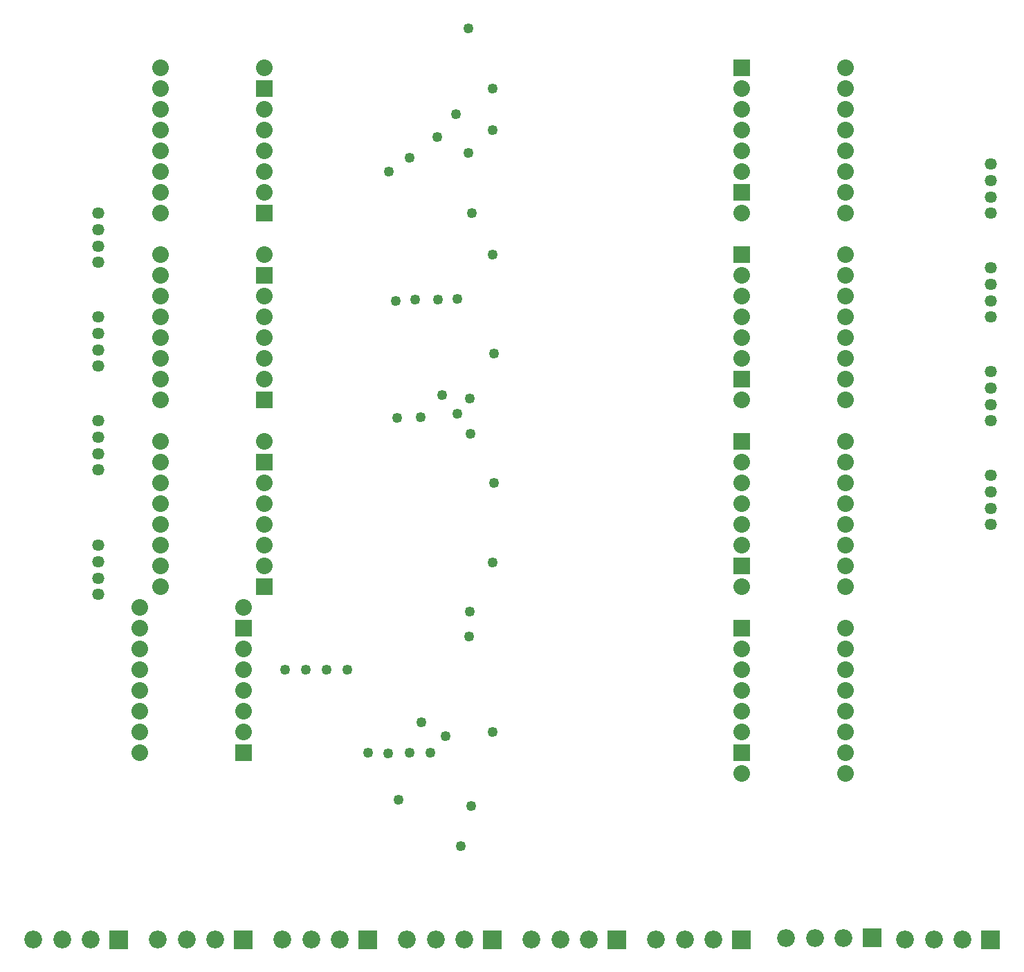
<source format=gts>
G04 MADE WITH FRITZING*
G04 WWW.FRITZING.ORG*
G04 DOUBLE SIDED*
G04 HOLES PLATED*
G04 CONTOUR ON CENTER OF CONTOUR VECTOR*
%ASAXBY*%
%FSLAX23Y23*%
%MOIN*%
%OFA0B0*%
%SFA1.0B1.0*%
%ADD10C,0.057559*%
%ADD11C,0.086139*%
%ADD12C,0.080000*%
%ADD13C,0.049370*%
%ADD14R,0.080000X0.080000*%
%ADD15R,0.001000X0.001000*%
%LNMASK1*%
G90*
G70*
G54D10*
X794Y4008D03*
X794Y3930D03*
X794Y3851D03*
X794Y3772D03*
X794Y4008D03*
X794Y3930D03*
X794Y3851D03*
X794Y3772D03*
X794Y4008D03*
X794Y3930D03*
X794Y3851D03*
X794Y3772D03*
G54D11*
X2694Y508D03*
X2556Y508D03*
X2419Y508D03*
X2281Y508D03*
X2694Y508D03*
X2556Y508D03*
X2419Y508D03*
X2281Y508D03*
G54D12*
X1094Y3808D03*
X1594Y3808D03*
X1094Y3708D03*
X1594Y3708D03*
X1094Y3608D03*
X1594Y3608D03*
X1094Y3508D03*
X1594Y3508D03*
X1094Y3408D03*
X1594Y3408D03*
X1094Y3308D03*
X1594Y3308D03*
X1094Y3208D03*
X1594Y3208D03*
X1094Y3108D03*
X1594Y3108D03*
G54D10*
X794Y3508D03*
X794Y3430D03*
X794Y3351D03*
X794Y3272D03*
X794Y3508D03*
X794Y3430D03*
X794Y3351D03*
X794Y3272D03*
X794Y3508D03*
X794Y3430D03*
X794Y3351D03*
X794Y3272D03*
G54D11*
X2094Y508D03*
X1956Y508D03*
X1819Y508D03*
X1681Y508D03*
X2094Y508D03*
X1956Y508D03*
X1819Y508D03*
X1681Y508D03*
G54D12*
X4394Y3108D03*
X3894Y3108D03*
X4394Y3208D03*
X3894Y3208D03*
X4394Y3308D03*
X3894Y3308D03*
X4394Y3408D03*
X3894Y3408D03*
X4394Y3508D03*
X3894Y3508D03*
X4394Y3608D03*
X3894Y3608D03*
X4394Y3708D03*
X3894Y3708D03*
X4394Y3808D03*
X3894Y3808D03*
X4394Y4008D03*
X3894Y4008D03*
X4394Y4108D03*
X3894Y4108D03*
X4394Y4208D03*
X3894Y4208D03*
X4394Y4308D03*
X3894Y4308D03*
X4394Y4408D03*
X3894Y4408D03*
X4394Y4508D03*
X3894Y4508D03*
X4394Y4608D03*
X3894Y4608D03*
X4394Y4708D03*
X3894Y4708D03*
G54D10*
X5094Y4008D03*
X5094Y4087D03*
X5094Y4166D03*
X5094Y4245D03*
X5094Y4008D03*
X5094Y4087D03*
X5094Y4166D03*
X5094Y4245D03*
X5094Y4008D03*
X5094Y4087D03*
X5094Y4166D03*
X5094Y4245D03*
X5094Y3508D03*
X5094Y3587D03*
X5094Y3666D03*
X5094Y3745D03*
X5094Y3508D03*
X5094Y3587D03*
X5094Y3666D03*
X5094Y3745D03*
X5094Y3508D03*
X5094Y3587D03*
X5094Y3666D03*
X5094Y3745D03*
G54D11*
X3294Y508D03*
X3156Y508D03*
X3019Y508D03*
X2881Y508D03*
X3294Y508D03*
X3156Y508D03*
X3019Y508D03*
X2881Y508D03*
X3894Y508D03*
X3756Y508D03*
X3619Y508D03*
X3481Y508D03*
X3894Y508D03*
X3756Y508D03*
X3619Y508D03*
X3481Y508D03*
G54D12*
X994Y2108D03*
X1494Y2108D03*
X994Y2008D03*
X1494Y2008D03*
X994Y1908D03*
X1494Y1908D03*
X994Y1808D03*
X1494Y1808D03*
X994Y1708D03*
X1494Y1708D03*
X994Y1608D03*
X1494Y1608D03*
X994Y1508D03*
X1494Y1508D03*
X994Y1408D03*
X1494Y1408D03*
X4394Y1308D03*
X3894Y1308D03*
X4394Y1408D03*
X3894Y1408D03*
X4394Y1508D03*
X3894Y1508D03*
X4394Y1608D03*
X3894Y1608D03*
X4394Y1708D03*
X3894Y1708D03*
X4394Y1808D03*
X3894Y1808D03*
X4394Y1908D03*
X3894Y1908D03*
X4394Y2008D03*
X3894Y2008D03*
X4394Y2208D03*
X3894Y2208D03*
X4394Y2308D03*
X3894Y2308D03*
X4394Y2408D03*
X3894Y2408D03*
X4394Y2508D03*
X3894Y2508D03*
X4394Y2608D03*
X3894Y2608D03*
X4394Y2708D03*
X3894Y2708D03*
X4394Y2808D03*
X3894Y2808D03*
X4394Y2908D03*
X3894Y2908D03*
X1094Y2908D03*
X1594Y2908D03*
X1094Y2808D03*
X1594Y2808D03*
X1094Y2708D03*
X1594Y2708D03*
X1094Y2608D03*
X1594Y2608D03*
X1094Y2508D03*
X1594Y2508D03*
X1094Y2408D03*
X1594Y2408D03*
X1094Y2308D03*
X1594Y2308D03*
X1094Y2208D03*
X1594Y2208D03*
G54D10*
X794Y3008D03*
X794Y2930D03*
X794Y2851D03*
X794Y2772D03*
X794Y3008D03*
X794Y2930D03*
X794Y2851D03*
X794Y2772D03*
X794Y3008D03*
X794Y2930D03*
X794Y2851D03*
X794Y2772D03*
X794Y2408D03*
X794Y2330D03*
X794Y2251D03*
X794Y2172D03*
X794Y2408D03*
X794Y2330D03*
X794Y2251D03*
X794Y2172D03*
X794Y2408D03*
X794Y2330D03*
X794Y2251D03*
X794Y2172D03*
X5094Y3008D03*
X5094Y3087D03*
X5094Y3166D03*
X5094Y3245D03*
X5094Y3008D03*
X5094Y3087D03*
X5094Y3166D03*
X5094Y3245D03*
X5094Y3008D03*
X5094Y3087D03*
X5094Y3166D03*
X5094Y3245D03*
X5094Y2508D03*
X5094Y2587D03*
X5094Y2666D03*
X5094Y2745D03*
X5094Y2508D03*
X5094Y2587D03*
X5094Y2666D03*
X5094Y2745D03*
X5094Y2508D03*
X5094Y2587D03*
X5094Y2666D03*
X5094Y2745D03*
G54D11*
X5094Y508D03*
X4956Y508D03*
X4819Y508D03*
X4681Y508D03*
X5094Y508D03*
X4956Y508D03*
X4819Y508D03*
X4681Y508D03*
X1494Y508D03*
X1356Y508D03*
X1219Y508D03*
X1081Y508D03*
X1494Y508D03*
X1356Y508D03*
X1219Y508D03*
X1081Y508D03*
X894Y508D03*
X756Y508D03*
X619Y508D03*
X481Y508D03*
X894Y508D03*
X756Y508D03*
X619Y508D03*
X481Y508D03*
X4521Y516D03*
X4384Y516D03*
X4246Y516D03*
X4108Y516D03*
X4521Y516D03*
X4384Y516D03*
X4246Y516D03*
X4108Y516D03*
G54D12*
X1094Y4708D03*
X1594Y4708D03*
X1094Y4608D03*
X1594Y4608D03*
X1094Y4508D03*
X1594Y4508D03*
X1094Y4408D03*
X1594Y4408D03*
X1094Y4308D03*
X1594Y4308D03*
X1094Y4208D03*
X1594Y4208D03*
X1094Y4108D03*
X1594Y4108D03*
X1094Y4008D03*
X1594Y4008D03*
G54D13*
X1694Y1808D03*
X1794Y1808D03*
X1894Y1808D03*
X1994Y1808D03*
X2594Y4008D03*
X2694Y3808D03*
X2576Y4901D03*
X2694Y4608D03*
X2576Y4301D03*
X2694Y4408D03*
X2701Y3334D03*
X2583Y3116D03*
X2587Y2945D03*
X2701Y2708D03*
X2583Y2090D03*
X2694Y2327D03*
X2581Y1969D03*
X2694Y1508D03*
X2590Y1153D03*
X2094Y1408D03*
X2190Y1405D03*
X2294Y1408D03*
X2394Y1408D03*
X2194Y4208D03*
X2294Y4275D03*
X2427Y4375D03*
X2516Y4486D03*
X2227Y3586D03*
X2320Y3593D03*
X2431Y3593D03*
X2524Y3597D03*
X2235Y3023D03*
X2346Y3027D03*
X2450Y3134D03*
X2524Y3042D03*
X2540Y960D03*
X2466Y1490D03*
X2351Y1556D03*
X2240Y1182D03*
G54D14*
X1594Y3108D03*
X1594Y3708D03*
X3894Y3808D03*
X3894Y3208D03*
X3894Y4708D03*
X3894Y4108D03*
X1494Y1408D03*
X1494Y2008D03*
X3894Y2008D03*
X3894Y1408D03*
X3894Y2908D03*
X3894Y2308D03*
X1594Y2208D03*
X1594Y2808D03*
X1594Y4008D03*
X1594Y4608D03*
G54D15*
X4476Y562D02*
X4565Y562D01*
X4476Y561D02*
X4565Y561D01*
X4476Y560D02*
X4565Y560D01*
X4476Y559D02*
X4565Y559D01*
X4476Y558D02*
X4565Y558D01*
X4476Y557D02*
X4565Y557D01*
X4476Y556D02*
X4565Y556D01*
X4476Y555D02*
X4565Y555D01*
X849Y554D02*
X938Y554D01*
X1449Y554D02*
X1538Y554D01*
X2049Y554D02*
X2138Y554D01*
X2649Y554D02*
X2738Y554D01*
X3249Y554D02*
X3338Y554D01*
X3849Y554D02*
X3938Y554D01*
X4476Y554D02*
X4565Y554D01*
X5049Y554D02*
X5138Y554D01*
X849Y553D02*
X938Y553D01*
X1449Y553D02*
X1538Y553D01*
X2049Y553D02*
X2138Y553D01*
X2649Y553D02*
X2738Y553D01*
X3249Y553D02*
X3338Y553D01*
X3849Y553D02*
X3938Y553D01*
X4476Y553D02*
X4565Y553D01*
X5049Y553D02*
X5138Y553D01*
X849Y552D02*
X938Y552D01*
X1449Y552D02*
X1538Y552D01*
X2049Y552D02*
X2138Y552D01*
X2649Y552D02*
X2738Y552D01*
X3249Y552D02*
X3338Y552D01*
X3849Y552D02*
X3938Y552D01*
X4476Y552D02*
X4565Y552D01*
X5049Y552D02*
X5138Y552D01*
X849Y551D02*
X938Y551D01*
X1449Y551D02*
X1538Y551D01*
X2049Y551D02*
X2138Y551D01*
X2649Y551D02*
X2738Y551D01*
X3249Y551D02*
X3338Y551D01*
X3849Y551D02*
X3938Y551D01*
X4476Y551D02*
X4565Y551D01*
X5049Y551D02*
X5138Y551D01*
X849Y550D02*
X938Y550D01*
X1449Y550D02*
X1538Y550D01*
X2049Y550D02*
X2138Y550D01*
X2649Y550D02*
X2738Y550D01*
X3249Y550D02*
X3338Y550D01*
X3849Y550D02*
X3938Y550D01*
X4476Y550D02*
X4565Y550D01*
X5049Y550D02*
X5138Y550D01*
X849Y549D02*
X938Y549D01*
X1449Y549D02*
X1538Y549D01*
X2049Y549D02*
X2138Y549D01*
X2649Y549D02*
X2738Y549D01*
X3249Y549D02*
X3338Y549D01*
X3849Y549D02*
X3938Y549D01*
X4476Y549D02*
X4565Y549D01*
X5049Y549D02*
X5138Y549D01*
X849Y548D02*
X938Y548D01*
X1449Y548D02*
X1538Y548D01*
X2049Y548D02*
X2138Y548D01*
X2649Y548D02*
X2738Y548D01*
X3249Y548D02*
X3338Y548D01*
X3849Y548D02*
X3938Y548D01*
X4476Y548D02*
X4565Y548D01*
X5049Y548D02*
X5138Y548D01*
X849Y547D02*
X938Y547D01*
X1449Y547D02*
X1538Y547D01*
X2049Y547D02*
X2138Y547D01*
X2649Y547D02*
X2738Y547D01*
X3249Y547D02*
X3338Y547D01*
X3849Y547D02*
X3938Y547D01*
X4476Y547D02*
X4565Y547D01*
X5049Y547D02*
X5138Y547D01*
X849Y546D02*
X938Y546D01*
X1449Y546D02*
X1538Y546D01*
X2049Y546D02*
X2138Y546D01*
X2649Y546D02*
X2738Y546D01*
X3249Y546D02*
X3338Y546D01*
X3849Y546D02*
X3938Y546D01*
X4476Y546D02*
X4565Y546D01*
X5049Y546D02*
X5138Y546D01*
X849Y545D02*
X938Y545D01*
X1449Y545D02*
X1538Y545D01*
X2049Y545D02*
X2138Y545D01*
X2649Y545D02*
X2738Y545D01*
X3249Y545D02*
X3338Y545D01*
X3849Y545D02*
X3938Y545D01*
X4476Y545D02*
X4565Y545D01*
X5049Y545D02*
X5138Y545D01*
X849Y544D02*
X938Y544D01*
X1449Y544D02*
X1538Y544D01*
X2049Y544D02*
X2138Y544D01*
X2649Y544D02*
X2738Y544D01*
X3249Y544D02*
X3338Y544D01*
X3849Y544D02*
X3938Y544D01*
X4476Y544D02*
X4565Y544D01*
X5049Y544D02*
X5138Y544D01*
X849Y543D02*
X938Y543D01*
X1449Y543D02*
X1538Y543D01*
X2049Y543D02*
X2138Y543D01*
X2649Y543D02*
X2738Y543D01*
X3249Y543D02*
X3338Y543D01*
X3849Y543D02*
X3938Y543D01*
X4476Y543D02*
X4565Y543D01*
X5049Y543D02*
X5138Y543D01*
X849Y542D02*
X938Y542D01*
X1449Y542D02*
X1538Y542D01*
X2049Y542D02*
X2138Y542D01*
X2649Y542D02*
X2738Y542D01*
X3249Y542D02*
X3338Y542D01*
X3849Y542D02*
X3938Y542D01*
X4476Y542D02*
X4565Y542D01*
X5049Y542D02*
X5138Y542D01*
X849Y541D02*
X938Y541D01*
X1449Y541D02*
X1538Y541D01*
X2049Y541D02*
X2138Y541D01*
X2649Y541D02*
X2738Y541D01*
X3249Y541D02*
X3338Y541D01*
X3849Y541D02*
X3938Y541D01*
X4476Y541D02*
X4565Y541D01*
X5049Y541D02*
X5138Y541D01*
X849Y540D02*
X938Y540D01*
X1449Y540D02*
X1538Y540D01*
X2049Y540D02*
X2138Y540D01*
X2649Y540D02*
X2738Y540D01*
X3249Y540D02*
X3338Y540D01*
X3849Y540D02*
X3938Y540D01*
X4476Y540D02*
X4565Y540D01*
X5049Y540D02*
X5138Y540D01*
X849Y539D02*
X938Y539D01*
X1449Y539D02*
X1538Y539D01*
X2049Y539D02*
X2138Y539D01*
X2649Y539D02*
X2738Y539D01*
X3249Y539D02*
X3338Y539D01*
X3849Y539D02*
X3938Y539D01*
X4476Y539D02*
X4565Y539D01*
X5049Y539D02*
X5138Y539D01*
X849Y538D02*
X938Y538D01*
X1449Y538D02*
X1538Y538D01*
X2049Y538D02*
X2138Y538D01*
X2649Y538D02*
X2738Y538D01*
X3249Y538D02*
X3338Y538D01*
X3849Y538D02*
X3938Y538D01*
X4476Y538D02*
X4565Y538D01*
X5049Y538D02*
X5138Y538D01*
X849Y537D02*
X938Y537D01*
X1449Y537D02*
X1538Y537D01*
X2049Y537D02*
X2138Y537D01*
X2649Y537D02*
X2738Y537D01*
X3249Y537D02*
X3338Y537D01*
X3849Y537D02*
X3938Y537D01*
X4476Y537D02*
X4565Y537D01*
X5049Y537D02*
X5138Y537D01*
X849Y536D02*
X938Y536D01*
X1449Y536D02*
X1538Y536D01*
X2049Y536D02*
X2138Y536D01*
X2649Y536D02*
X2738Y536D01*
X3249Y536D02*
X3338Y536D01*
X3849Y536D02*
X3938Y536D01*
X4476Y536D02*
X4518Y536D01*
X4524Y536D02*
X4565Y536D01*
X5049Y536D02*
X5138Y536D01*
X849Y535D02*
X938Y535D01*
X1449Y535D02*
X1538Y535D01*
X2049Y535D02*
X2138Y535D01*
X2649Y535D02*
X2738Y535D01*
X3249Y535D02*
X3338Y535D01*
X3849Y535D02*
X3938Y535D01*
X4476Y535D02*
X4514Y535D01*
X4528Y535D02*
X4565Y535D01*
X5049Y535D02*
X5138Y535D01*
X849Y534D02*
X938Y534D01*
X1449Y534D02*
X1538Y534D01*
X2049Y534D02*
X2138Y534D01*
X2649Y534D02*
X2738Y534D01*
X3249Y534D02*
X3338Y534D01*
X3849Y534D02*
X3938Y534D01*
X4476Y534D02*
X4512Y534D01*
X4530Y534D02*
X4565Y534D01*
X5049Y534D02*
X5138Y534D01*
X849Y533D02*
X938Y533D01*
X1449Y533D02*
X1538Y533D01*
X2049Y533D02*
X2138Y533D01*
X2649Y533D02*
X2738Y533D01*
X3249Y533D02*
X3338Y533D01*
X3849Y533D02*
X3938Y533D01*
X4476Y533D02*
X4510Y533D01*
X4532Y533D02*
X4565Y533D01*
X5049Y533D02*
X5138Y533D01*
X849Y532D02*
X938Y532D01*
X1449Y532D02*
X1538Y532D01*
X2049Y532D02*
X2138Y532D01*
X2649Y532D02*
X2738Y532D01*
X3249Y532D02*
X3338Y532D01*
X3849Y532D02*
X3938Y532D01*
X4476Y532D02*
X4509Y532D01*
X4533Y532D02*
X4565Y532D01*
X5049Y532D02*
X5138Y532D01*
X849Y531D02*
X938Y531D01*
X1449Y531D02*
X1538Y531D01*
X2049Y531D02*
X2138Y531D01*
X2649Y531D02*
X2738Y531D01*
X3249Y531D02*
X3338Y531D01*
X3849Y531D02*
X3938Y531D01*
X4476Y531D02*
X4507Y531D01*
X4534Y531D02*
X4565Y531D01*
X5049Y531D02*
X5138Y531D01*
X849Y530D02*
X938Y530D01*
X1449Y530D02*
X1538Y530D01*
X2049Y530D02*
X2138Y530D01*
X2649Y530D02*
X2738Y530D01*
X3249Y530D02*
X3338Y530D01*
X3849Y530D02*
X3938Y530D01*
X4476Y530D02*
X4507Y530D01*
X4535Y530D02*
X4565Y530D01*
X5049Y530D02*
X5138Y530D01*
X849Y529D02*
X938Y529D01*
X1449Y529D02*
X1538Y529D01*
X2049Y529D02*
X2138Y529D01*
X2649Y529D02*
X2738Y529D01*
X3249Y529D02*
X3338Y529D01*
X3849Y529D02*
X3938Y529D01*
X4476Y529D02*
X4506Y529D01*
X4536Y529D02*
X4565Y529D01*
X5049Y529D02*
X5138Y529D01*
X849Y528D02*
X889Y528D01*
X898Y528D02*
X938Y528D01*
X1449Y528D02*
X1489Y528D01*
X1498Y528D02*
X1538Y528D01*
X2049Y528D02*
X2089Y528D01*
X2098Y528D02*
X2138Y528D01*
X2649Y528D02*
X2689Y528D01*
X2698Y528D02*
X2738Y528D01*
X3249Y528D02*
X3289Y528D01*
X3298Y528D02*
X3338Y528D01*
X3849Y528D02*
X3889Y528D01*
X3898Y528D02*
X3938Y528D01*
X4476Y528D02*
X4505Y528D01*
X4537Y528D02*
X4565Y528D01*
X5049Y528D02*
X5089Y528D01*
X5098Y528D02*
X5138Y528D01*
X849Y527D02*
X886Y527D01*
X901Y527D02*
X938Y527D01*
X1449Y527D02*
X1486Y527D01*
X1501Y527D02*
X1538Y527D01*
X2049Y527D02*
X2086Y527D01*
X2101Y527D02*
X2138Y527D01*
X2649Y527D02*
X2686Y527D01*
X2701Y527D02*
X2738Y527D01*
X3249Y527D02*
X3286Y527D01*
X3301Y527D02*
X3338Y527D01*
X3849Y527D02*
X3886Y527D01*
X3901Y527D02*
X3938Y527D01*
X4476Y527D02*
X4504Y527D01*
X4537Y527D02*
X4565Y527D01*
X5049Y527D02*
X5086Y527D01*
X5101Y527D02*
X5138Y527D01*
X849Y526D02*
X884Y526D01*
X903Y526D02*
X938Y526D01*
X1449Y526D02*
X1484Y526D01*
X1503Y526D02*
X1538Y526D01*
X2049Y526D02*
X2084Y526D01*
X2103Y526D02*
X2138Y526D01*
X2649Y526D02*
X2684Y526D01*
X2703Y526D02*
X2738Y526D01*
X3249Y526D02*
X3284Y526D01*
X3303Y526D02*
X3338Y526D01*
X3849Y526D02*
X3884Y526D01*
X3903Y526D02*
X3938Y526D01*
X4476Y526D02*
X4504Y526D01*
X4538Y526D02*
X4565Y526D01*
X5049Y526D02*
X5084Y526D01*
X5103Y526D02*
X5138Y526D01*
X849Y525D02*
X882Y525D01*
X905Y525D02*
X938Y525D01*
X1449Y525D02*
X1482Y525D01*
X1505Y525D02*
X1538Y525D01*
X2049Y525D02*
X2082Y525D01*
X2105Y525D02*
X2138Y525D01*
X2649Y525D02*
X2682Y525D01*
X2705Y525D02*
X2738Y525D01*
X3249Y525D02*
X3282Y525D01*
X3305Y525D02*
X3338Y525D01*
X3849Y525D02*
X3882Y525D01*
X3905Y525D02*
X3938Y525D01*
X4476Y525D02*
X4503Y525D01*
X4539Y525D02*
X4565Y525D01*
X5049Y525D02*
X5082Y525D01*
X5105Y525D02*
X5138Y525D01*
X849Y524D02*
X881Y524D01*
X906Y524D02*
X938Y524D01*
X1449Y524D02*
X1481Y524D01*
X1506Y524D02*
X1538Y524D01*
X2049Y524D02*
X2081Y524D01*
X2106Y524D02*
X2138Y524D01*
X2649Y524D02*
X2681Y524D01*
X2706Y524D02*
X2738Y524D01*
X3249Y524D02*
X3281Y524D01*
X3306Y524D02*
X3338Y524D01*
X3849Y524D02*
X3881Y524D01*
X3906Y524D02*
X3938Y524D01*
X4476Y524D02*
X4503Y524D01*
X4539Y524D02*
X4565Y524D01*
X5049Y524D02*
X5081Y524D01*
X5106Y524D02*
X5138Y524D01*
X849Y523D02*
X880Y523D01*
X907Y523D02*
X938Y523D01*
X1449Y523D02*
X1480Y523D01*
X1507Y523D02*
X1538Y523D01*
X2049Y523D02*
X2080Y523D01*
X2107Y523D02*
X2138Y523D01*
X2649Y523D02*
X2680Y523D01*
X2707Y523D02*
X2738Y523D01*
X3249Y523D02*
X3280Y523D01*
X3307Y523D02*
X3338Y523D01*
X3849Y523D02*
X3880Y523D01*
X3907Y523D02*
X3938Y523D01*
X4476Y523D02*
X4503Y523D01*
X4539Y523D02*
X4565Y523D01*
X5049Y523D02*
X5080Y523D01*
X5107Y523D02*
X5138Y523D01*
X849Y522D02*
X879Y522D01*
X908Y522D02*
X938Y522D01*
X1449Y522D02*
X1479Y522D01*
X1508Y522D02*
X1538Y522D01*
X2049Y522D02*
X2079Y522D01*
X2108Y522D02*
X2138Y522D01*
X2649Y522D02*
X2679Y522D01*
X2708Y522D02*
X2738Y522D01*
X3249Y522D02*
X3279Y522D01*
X3308Y522D02*
X3338Y522D01*
X3849Y522D02*
X3879Y522D01*
X3908Y522D02*
X3938Y522D01*
X4476Y522D02*
X4502Y522D01*
X4539Y522D02*
X4565Y522D01*
X5049Y522D02*
X5079Y522D01*
X5108Y522D02*
X5138Y522D01*
X849Y521D02*
X878Y521D01*
X909Y521D02*
X938Y521D01*
X1449Y521D02*
X1478Y521D01*
X1509Y521D02*
X1538Y521D01*
X2049Y521D02*
X2078Y521D01*
X2109Y521D02*
X2138Y521D01*
X2649Y521D02*
X2678Y521D01*
X2709Y521D02*
X2738Y521D01*
X3249Y521D02*
X3278Y521D01*
X3309Y521D02*
X3338Y521D01*
X3849Y521D02*
X3878Y521D01*
X3909Y521D02*
X3938Y521D01*
X4476Y521D02*
X4502Y521D01*
X4540Y521D02*
X4565Y521D01*
X5049Y521D02*
X5078Y521D01*
X5109Y521D02*
X5138Y521D01*
X849Y520D02*
X878Y520D01*
X910Y520D02*
X938Y520D01*
X1449Y520D02*
X1477Y520D01*
X1510Y520D02*
X1538Y520D01*
X2049Y520D02*
X2077Y520D01*
X2110Y520D02*
X2138Y520D01*
X2649Y520D02*
X2677Y520D01*
X2710Y520D02*
X2738Y520D01*
X3249Y520D02*
X3277Y520D01*
X3310Y520D02*
X3338Y520D01*
X3849Y520D02*
X3877Y520D01*
X3910Y520D02*
X3938Y520D01*
X4476Y520D02*
X4502Y520D01*
X4540Y520D02*
X4565Y520D01*
X5049Y520D02*
X5077Y520D01*
X5110Y520D02*
X5138Y520D01*
X849Y519D02*
X877Y519D01*
X910Y519D02*
X938Y519D01*
X1449Y519D02*
X1477Y519D01*
X1510Y519D02*
X1538Y519D01*
X2049Y519D02*
X2077Y519D01*
X2110Y519D02*
X2138Y519D01*
X2649Y519D02*
X2677Y519D01*
X2710Y519D02*
X2738Y519D01*
X3249Y519D02*
X3277Y519D01*
X3310Y519D02*
X3338Y519D01*
X3849Y519D02*
X3877Y519D01*
X3910Y519D02*
X3938Y519D01*
X4476Y519D02*
X4502Y519D01*
X4540Y519D02*
X4565Y519D01*
X5049Y519D02*
X5077Y519D01*
X5110Y519D02*
X5138Y519D01*
X849Y518D02*
X876Y518D01*
X911Y518D02*
X938Y518D01*
X1449Y518D02*
X1476Y518D01*
X1511Y518D02*
X1538Y518D01*
X2049Y518D02*
X2076Y518D01*
X2111Y518D02*
X2138Y518D01*
X2649Y518D02*
X2676Y518D01*
X2711Y518D02*
X2738Y518D01*
X3249Y518D02*
X3276Y518D01*
X3311Y518D02*
X3338Y518D01*
X3849Y518D02*
X3876Y518D01*
X3911Y518D02*
X3938Y518D01*
X4476Y518D02*
X4502Y518D01*
X4540Y518D02*
X4565Y518D01*
X5049Y518D02*
X5076Y518D01*
X5111Y518D02*
X5138Y518D01*
X849Y517D02*
X876Y517D01*
X911Y517D02*
X938Y517D01*
X1449Y517D02*
X1476Y517D01*
X1511Y517D02*
X1538Y517D01*
X2049Y517D02*
X2076Y517D01*
X2111Y517D02*
X2138Y517D01*
X2649Y517D02*
X2676Y517D01*
X2711Y517D02*
X2738Y517D01*
X3249Y517D02*
X3276Y517D01*
X3311Y517D02*
X3338Y517D01*
X3849Y517D02*
X3876Y517D01*
X3911Y517D02*
X3938Y517D01*
X4476Y517D02*
X4502Y517D01*
X4540Y517D02*
X4565Y517D01*
X5049Y517D02*
X5076Y517D01*
X5111Y517D02*
X5138Y517D01*
X849Y516D02*
X876Y516D01*
X912Y516D02*
X938Y516D01*
X1449Y516D02*
X1476Y516D01*
X1512Y516D02*
X1538Y516D01*
X2049Y516D02*
X2075Y516D01*
X2112Y516D02*
X2138Y516D01*
X2649Y516D02*
X2675Y516D01*
X2712Y516D02*
X2738Y516D01*
X3249Y516D02*
X3275Y516D01*
X3312Y516D02*
X3338Y516D01*
X3849Y516D02*
X3875Y516D01*
X3912Y516D02*
X3938Y516D01*
X4476Y516D02*
X4502Y516D01*
X4540Y516D02*
X4565Y516D01*
X5049Y516D02*
X5075Y516D01*
X5112Y516D02*
X5138Y516D01*
X849Y515D02*
X875Y515D01*
X912Y515D02*
X938Y515D01*
X1449Y515D02*
X1475Y515D01*
X1512Y515D02*
X1538Y515D01*
X2049Y515D02*
X2075Y515D01*
X2112Y515D02*
X2138Y515D01*
X2649Y515D02*
X2675Y515D01*
X2712Y515D02*
X2738Y515D01*
X3249Y515D02*
X3275Y515D01*
X3312Y515D02*
X3338Y515D01*
X3849Y515D02*
X3875Y515D01*
X3912Y515D02*
X3938Y515D01*
X4476Y515D02*
X4502Y515D01*
X4540Y515D02*
X4565Y515D01*
X5049Y515D02*
X5075Y515D01*
X5112Y515D02*
X5138Y515D01*
X849Y514D02*
X875Y514D01*
X912Y514D02*
X938Y514D01*
X1449Y514D02*
X1475Y514D01*
X1512Y514D02*
X1538Y514D01*
X2049Y514D02*
X2075Y514D01*
X2112Y514D02*
X2138Y514D01*
X2649Y514D02*
X2675Y514D01*
X2712Y514D02*
X2738Y514D01*
X3249Y514D02*
X3275Y514D01*
X3312Y514D02*
X3338Y514D01*
X3849Y514D02*
X3875Y514D01*
X3912Y514D02*
X3938Y514D01*
X4476Y514D02*
X4502Y514D01*
X4540Y514D02*
X4565Y514D01*
X5049Y514D02*
X5075Y514D01*
X5112Y514D02*
X5138Y514D01*
X849Y513D02*
X875Y513D01*
X912Y513D02*
X938Y513D01*
X1449Y513D02*
X1475Y513D01*
X1512Y513D02*
X1538Y513D01*
X2049Y513D02*
X2075Y513D01*
X2112Y513D02*
X2138Y513D01*
X2649Y513D02*
X2675Y513D01*
X2712Y513D02*
X2738Y513D01*
X3249Y513D02*
X3275Y513D01*
X3312Y513D02*
X3338Y513D01*
X3849Y513D02*
X3875Y513D01*
X3912Y513D02*
X3938Y513D01*
X4476Y513D02*
X4502Y513D01*
X4539Y513D02*
X4565Y513D01*
X5049Y513D02*
X5075Y513D01*
X5112Y513D02*
X5138Y513D01*
X849Y512D02*
X875Y512D01*
X912Y512D02*
X938Y512D01*
X1449Y512D02*
X1475Y512D01*
X1512Y512D02*
X1538Y512D01*
X2049Y512D02*
X2075Y512D01*
X2112Y512D02*
X2138Y512D01*
X2649Y512D02*
X2675Y512D01*
X2712Y512D02*
X2738Y512D01*
X3249Y512D02*
X3275Y512D01*
X3312Y512D02*
X3338Y512D01*
X3849Y512D02*
X3875Y512D01*
X3912Y512D02*
X3938Y512D01*
X4476Y512D02*
X4503Y512D01*
X4539Y512D02*
X4565Y512D01*
X5049Y512D02*
X5075Y512D01*
X5112Y512D02*
X5138Y512D01*
X849Y511D02*
X875Y511D01*
X913Y511D02*
X938Y511D01*
X1449Y511D02*
X1475Y511D01*
X1513Y511D02*
X1538Y511D01*
X2049Y511D02*
X2075Y511D01*
X2113Y511D02*
X2138Y511D01*
X2649Y511D02*
X2675Y511D01*
X2713Y511D02*
X2738Y511D01*
X3249Y511D02*
X3275Y511D01*
X3313Y511D02*
X3338Y511D01*
X3849Y511D02*
X3875Y511D01*
X3913Y511D02*
X3938Y511D01*
X4476Y511D02*
X4503Y511D01*
X4539Y511D02*
X4565Y511D01*
X5049Y511D02*
X5074Y511D01*
X5112Y511D02*
X5138Y511D01*
X849Y510D02*
X874Y510D01*
X913Y510D02*
X938Y510D01*
X1449Y510D02*
X1474Y510D01*
X1513Y510D02*
X1538Y510D01*
X2049Y510D02*
X2074Y510D01*
X2113Y510D02*
X2138Y510D01*
X2649Y510D02*
X2674Y510D01*
X2713Y510D02*
X2738Y510D01*
X3249Y510D02*
X3274Y510D01*
X3313Y510D02*
X3338Y510D01*
X3849Y510D02*
X3874Y510D01*
X3913Y510D02*
X3938Y510D01*
X4476Y510D02*
X4503Y510D01*
X4538Y510D02*
X4565Y510D01*
X5049Y510D02*
X5074Y510D01*
X5113Y510D02*
X5138Y510D01*
X849Y509D02*
X875Y509D01*
X913Y509D02*
X938Y509D01*
X1449Y509D02*
X1475Y509D01*
X1513Y509D02*
X1538Y509D01*
X2049Y509D02*
X2075Y509D01*
X2113Y509D02*
X2138Y509D01*
X2649Y509D02*
X2674Y509D01*
X2713Y509D02*
X2738Y509D01*
X3249Y509D02*
X3274Y509D01*
X3313Y509D02*
X3338Y509D01*
X3849Y509D02*
X3874Y509D01*
X3913Y509D02*
X3938Y509D01*
X4476Y509D02*
X4504Y509D01*
X4538Y509D02*
X4565Y509D01*
X5049Y509D02*
X5074Y509D01*
X5113Y509D02*
X5138Y509D01*
X849Y508D02*
X875Y508D01*
X913Y508D02*
X938Y508D01*
X1449Y508D02*
X1475Y508D01*
X1513Y508D02*
X1538Y508D01*
X2049Y508D02*
X2075Y508D01*
X2113Y508D02*
X2138Y508D01*
X2649Y508D02*
X2675Y508D01*
X2712Y508D02*
X2738Y508D01*
X3249Y508D02*
X3275Y508D01*
X3312Y508D02*
X3338Y508D01*
X3849Y508D02*
X3875Y508D01*
X3912Y508D02*
X3938Y508D01*
X4476Y508D02*
X4504Y508D01*
X4537Y508D02*
X4565Y508D01*
X5049Y508D02*
X5075Y508D01*
X5112Y508D02*
X5138Y508D01*
X849Y507D02*
X875Y507D01*
X912Y507D02*
X938Y507D01*
X1449Y507D02*
X1475Y507D01*
X1512Y507D02*
X1538Y507D01*
X2049Y507D02*
X2075Y507D01*
X2112Y507D02*
X2138Y507D01*
X2649Y507D02*
X2675Y507D01*
X2712Y507D02*
X2738Y507D01*
X3249Y507D02*
X3275Y507D01*
X3312Y507D02*
X3338Y507D01*
X3849Y507D02*
X3875Y507D01*
X3912Y507D02*
X3938Y507D01*
X4476Y507D02*
X4505Y507D01*
X4537Y507D02*
X4565Y507D01*
X5049Y507D02*
X5075Y507D01*
X5112Y507D02*
X5138Y507D01*
X849Y506D02*
X875Y506D01*
X912Y506D02*
X938Y506D01*
X1449Y506D02*
X1475Y506D01*
X1512Y506D02*
X1538Y506D01*
X2049Y506D02*
X2075Y506D01*
X2112Y506D02*
X2138Y506D01*
X2649Y506D02*
X2675Y506D01*
X2712Y506D02*
X2738Y506D01*
X3249Y506D02*
X3275Y506D01*
X3312Y506D02*
X3338Y506D01*
X3849Y506D02*
X3875Y506D01*
X3912Y506D02*
X3938Y506D01*
X4476Y506D02*
X4506Y506D01*
X4536Y506D02*
X4565Y506D01*
X5049Y506D02*
X5075Y506D01*
X5112Y506D02*
X5138Y506D01*
X849Y505D02*
X875Y505D01*
X912Y505D02*
X938Y505D01*
X1449Y505D02*
X1475Y505D01*
X1512Y505D02*
X1538Y505D01*
X2049Y505D02*
X2075Y505D01*
X2112Y505D02*
X2138Y505D01*
X2649Y505D02*
X2675Y505D01*
X2712Y505D02*
X2738Y505D01*
X3249Y505D02*
X3275Y505D01*
X3312Y505D02*
X3338Y505D01*
X3849Y505D02*
X3875Y505D01*
X3912Y505D02*
X3938Y505D01*
X4476Y505D02*
X4507Y505D01*
X4535Y505D02*
X4565Y505D01*
X5049Y505D02*
X5075Y505D01*
X5112Y505D02*
X5138Y505D01*
X849Y504D02*
X875Y504D01*
X912Y504D02*
X938Y504D01*
X1449Y504D02*
X1475Y504D01*
X1512Y504D02*
X1538Y504D01*
X2049Y504D02*
X2075Y504D01*
X2112Y504D02*
X2138Y504D01*
X2649Y504D02*
X2675Y504D01*
X2712Y504D02*
X2738Y504D01*
X3249Y504D02*
X3275Y504D01*
X3312Y504D02*
X3338Y504D01*
X3849Y504D02*
X3875Y504D01*
X3912Y504D02*
X3938Y504D01*
X4476Y504D02*
X4508Y504D01*
X4534Y504D02*
X4565Y504D01*
X5049Y504D02*
X5075Y504D01*
X5112Y504D02*
X5138Y504D01*
X849Y503D02*
X876Y503D01*
X911Y503D02*
X938Y503D01*
X1449Y503D02*
X1476Y503D01*
X1511Y503D02*
X1538Y503D01*
X2049Y503D02*
X2076Y503D01*
X2111Y503D02*
X2138Y503D01*
X2649Y503D02*
X2676Y503D01*
X2711Y503D02*
X2738Y503D01*
X3249Y503D02*
X3276Y503D01*
X3311Y503D02*
X3338Y503D01*
X3849Y503D02*
X3876Y503D01*
X3911Y503D02*
X3938Y503D01*
X4476Y503D02*
X4509Y503D01*
X4533Y503D02*
X4565Y503D01*
X5049Y503D02*
X5076Y503D01*
X5111Y503D02*
X5138Y503D01*
X849Y502D02*
X876Y502D01*
X911Y502D02*
X938Y502D01*
X1449Y502D02*
X1476Y502D01*
X1511Y502D02*
X1538Y502D01*
X2049Y502D02*
X2076Y502D01*
X2111Y502D02*
X2138Y502D01*
X2649Y502D02*
X2676Y502D01*
X2711Y502D02*
X2738Y502D01*
X3249Y502D02*
X3276Y502D01*
X3311Y502D02*
X3338Y502D01*
X3849Y502D02*
X3876Y502D01*
X3911Y502D02*
X3938Y502D01*
X4476Y502D02*
X4510Y502D01*
X4532Y502D02*
X4565Y502D01*
X5049Y502D02*
X5076Y502D01*
X5111Y502D02*
X5138Y502D01*
X849Y501D02*
X877Y501D01*
X911Y501D02*
X938Y501D01*
X1449Y501D02*
X1477Y501D01*
X1510Y501D02*
X1538Y501D01*
X2049Y501D02*
X2077Y501D01*
X2110Y501D02*
X2138Y501D01*
X2649Y501D02*
X2677Y501D01*
X2710Y501D02*
X2738Y501D01*
X3249Y501D02*
X3277Y501D01*
X3310Y501D02*
X3338Y501D01*
X3849Y501D02*
X3877Y501D01*
X3910Y501D02*
X3938Y501D01*
X4476Y501D02*
X4512Y501D01*
X4530Y501D02*
X4565Y501D01*
X5049Y501D02*
X5077Y501D01*
X5110Y501D02*
X5138Y501D01*
X849Y500D02*
X877Y500D01*
X910Y500D02*
X938Y500D01*
X1449Y500D02*
X1477Y500D01*
X1510Y500D02*
X1538Y500D01*
X2049Y500D02*
X2077Y500D01*
X2110Y500D02*
X2138Y500D01*
X2649Y500D02*
X2677Y500D01*
X2710Y500D02*
X2738Y500D01*
X3249Y500D02*
X3277Y500D01*
X3310Y500D02*
X3338Y500D01*
X3849Y500D02*
X3877Y500D01*
X3910Y500D02*
X3938Y500D01*
X4476Y500D02*
X4514Y500D01*
X4527Y500D02*
X4565Y500D01*
X5049Y500D02*
X5077Y500D01*
X5110Y500D02*
X5138Y500D01*
X849Y499D02*
X878Y499D01*
X909Y499D02*
X938Y499D01*
X1449Y499D02*
X1478Y499D01*
X1509Y499D02*
X1538Y499D01*
X2049Y499D02*
X2078Y499D01*
X2109Y499D02*
X2138Y499D01*
X2649Y499D02*
X2678Y499D01*
X2709Y499D02*
X2738Y499D01*
X3249Y499D02*
X3278Y499D01*
X3309Y499D02*
X3338Y499D01*
X3849Y499D02*
X3878Y499D01*
X3909Y499D02*
X3938Y499D01*
X4476Y499D02*
X4565Y499D01*
X5049Y499D02*
X5078Y499D01*
X5109Y499D02*
X5138Y499D01*
X849Y498D02*
X879Y498D01*
X908Y498D02*
X938Y498D01*
X1449Y498D02*
X1479Y498D01*
X1508Y498D02*
X1538Y498D01*
X2049Y498D02*
X2079Y498D01*
X2108Y498D02*
X2138Y498D01*
X2649Y498D02*
X2679Y498D01*
X2708Y498D02*
X2738Y498D01*
X3249Y498D02*
X3279Y498D01*
X3308Y498D02*
X3338Y498D01*
X3849Y498D02*
X3879Y498D01*
X3908Y498D02*
X3938Y498D01*
X4476Y498D02*
X4565Y498D01*
X5049Y498D02*
X5079Y498D01*
X5108Y498D02*
X5138Y498D01*
X849Y497D02*
X880Y497D01*
X908Y497D02*
X938Y497D01*
X1449Y497D02*
X1480Y497D01*
X1508Y497D02*
X1538Y497D01*
X2049Y497D02*
X2080Y497D01*
X2108Y497D02*
X2138Y497D01*
X2649Y497D02*
X2680Y497D01*
X2708Y497D02*
X2738Y497D01*
X3249Y497D02*
X3280Y497D01*
X3308Y497D02*
X3338Y497D01*
X3849Y497D02*
X3880Y497D01*
X3908Y497D02*
X3938Y497D01*
X4476Y497D02*
X4565Y497D01*
X5049Y497D02*
X5079Y497D01*
X5107Y497D02*
X5138Y497D01*
X849Y496D02*
X881Y496D01*
X907Y496D02*
X938Y496D01*
X1449Y496D02*
X1481Y496D01*
X1507Y496D02*
X1538Y496D01*
X2049Y496D02*
X2081Y496D01*
X2107Y496D02*
X2138Y496D01*
X2649Y496D02*
X2681Y496D01*
X2706Y496D02*
X2738Y496D01*
X3249Y496D02*
X3281Y496D01*
X3306Y496D02*
X3338Y496D01*
X3849Y496D02*
X3881Y496D01*
X3906Y496D02*
X3938Y496D01*
X4476Y496D02*
X4565Y496D01*
X5049Y496D02*
X5081Y496D01*
X5106Y496D02*
X5138Y496D01*
X849Y495D02*
X882Y495D01*
X905Y495D02*
X938Y495D01*
X1449Y495D02*
X1482Y495D01*
X1505Y495D02*
X1538Y495D01*
X2049Y495D02*
X2082Y495D01*
X2105Y495D02*
X2138Y495D01*
X2649Y495D02*
X2682Y495D01*
X2705Y495D02*
X2738Y495D01*
X3249Y495D02*
X3282Y495D01*
X3305Y495D02*
X3338Y495D01*
X3849Y495D02*
X3882Y495D01*
X3905Y495D02*
X3938Y495D01*
X4476Y495D02*
X4565Y495D01*
X5049Y495D02*
X5082Y495D01*
X5105Y495D02*
X5138Y495D01*
X849Y494D02*
X883Y494D01*
X904Y494D02*
X938Y494D01*
X1449Y494D02*
X1483Y494D01*
X1504Y494D02*
X1538Y494D01*
X2049Y494D02*
X2083Y494D01*
X2104Y494D02*
X2138Y494D01*
X2649Y494D02*
X2683Y494D01*
X2704Y494D02*
X2738Y494D01*
X3249Y494D02*
X3283Y494D01*
X3304Y494D02*
X3338Y494D01*
X3849Y494D02*
X3883Y494D01*
X3904Y494D02*
X3938Y494D01*
X4476Y494D02*
X4565Y494D01*
X5049Y494D02*
X5083Y494D01*
X5104Y494D02*
X5138Y494D01*
X849Y493D02*
X885Y493D01*
X902Y493D02*
X938Y493D01*
X1449Y493D02*
X1485Y493D01*
X1502Y493D02*
X1538Y493D01*
X2049Y493D02*
X2085Y493D01*
X2102Y493D02*
X2138Y493D01*
X2649Y493D02*
X2685Y493D01*
X2702Y493D02*
X2738Y493D01*
X3249Y493D02*
X3285Y493D01*
X3302Y493D02*
X3338Y493D01*
X3849Y493D02*
X3885Y493D01*
X3902Y493D02*
X3938Y493D01*
X4476Y493D02*
X4565Y493D01*
X5049Y493D02*
X5085Y493D01*
X5102Y493D02*
X5138Y493D01*
X849Y492D02*
X887Y492D01*
X900Y492D02*
X938Y492D01*
X1449Y492D02*
X1487Y492D01*
X1500Y492D02*
X1538Y492D01*
X2049Y492D02*
X2087Y492D01*
X2100Y492D02*
X2138Y492D01*
X2649Y492D02*
X2687Y492D01*
X2700Y492D02*
X2738Y492D01*
X3249Y492D02*
X3287Y492D01*
X3300Y492D02*
X3338Y492D01*
X3849Y492D02*
X3887Y492D01*
X3900Y492D02*
X3938Y492D01*
X4476Y492D02*
X4565Y492D01*
X5049Y492D02*
X5087Y492D01*
X5100Y492D02*
X5138Y492D01*
X849Y491D02*
X938Y491D01*
X1449Y491D02*
X1538Y491D01*
X2049Y491D02*
X2138Y491D01*
X2649Y491D02*
X2738Y491D01*
X3249Y491D02*
X3338Y491D01*
X3849Y491D02*
X3938Y491D01*
X4476Y491D02*
X4565Y491D01*
X5049Y491D02*
X5138Y491D01*
X849Y490D02*
X938Y490D01*
X1449Y490D02*
X1538Y490D01*
X2049Y490D02*
X2138Y490D01*
X2649Y490D02*
X2738Y490D01*
X3249Y490D02*
X3338Y490D01*
X3849Y490D02*
X3938Y490D01*
X4476Y490D02*
X4565Y490D01*
X5049Y490D02*
X5138Y490D01*
X849Y489D02*
X938Y489D01*
X1449Y489D02*
X1538Y489D01*
X2049Y489D02*
X2138Y489D01*
X2649Y489D02*
X2738Y489D01*
X3249Y489D02*
X3338Y489D01*
X3849Y489D02*
X3938Y489D01*
X4476Y489D02*
X4565Y489D01*
X5049Y489D02*
X5138Y489D01*
X849Y488D02*
X938Y488D01*
X1449Y488D02*
X1538Y488D01*
X2049Y488D02*
X2138Y488D01*
X2649Y488D02*
X2738Y488D01*
X3249Y488D02*
X3338Y488D01*
X3849Y488D02*
X3938Y488D01*
X4476Y488D02*
X4565Y488D01*
X5049Y488D02*
X5138Y488D01*
X849Y487D02*
X938Y487D01*
X1449Y487D02*
X1538Y487D01*
X2049Y487D02*
X2138Y487D01*
X2649Y487D02*
X2738Y487D01*
X3249Y487D02*
X3338Y487D01*
X3849Y487D02*
X3938Y487D01*
X4476Y487D02*
X4565Y487D01*
X5049Y487D02*
X5138Y487D01*
X849Y486D02*
X938Y486D01*
X1449Y486D02*
X1538Y486D01*
X2049Y486D02*
X2138Y486D01*
X2649Y486D02*
X2738Y486D01*
X3249Y486D02*
X3338Y486D01*
X3849Y486D02*
X3938Y486D01*
X4476Y486D02*
X4565Y486D01*
X5049Y486D02*
X5138Y486D01*
X849Y485D02*
X938Y485D01*
X1449Y485D02*
X1538Y485D01*
X2049Y485D02*
X2138Y485D01*
X2649Y485D02*
X2738Y485D01*
X3249Y485D02*
X3338Y485D01*
X3849Y485D02*
X3938Y485D01*
X4476Y485D02*
X4565Y485D01*
X5049Y485D02*
X5138Y485D01*
X849Y484D02*
X938Y484D01*
X1449Y484D02*
X1538Y484D01*
X2049Y484D02*
X2138Y484D01*
X2649Y484D02*
X2738Y484D01*
X3249Y484D02*
X3338Y484D01*
X3849Y484D02*
X3938Y484D01*
X4476Y484D02*
X4565Y484D01*
X5049Y484D02*
X5138Y484D01*
X849Y483D02*
X938Y483D01*
X1449Y483D02*
X1538Y483D01*
X2049Y483D02*
X2138Y483D01*
X2649Y483D02*
X2738Y483D01*
X3249Y483D02*
X3338Y483D01*
X3849Y483D02*
X3938Y483D01*
X4476Y483D02*
X4565Y483D01*
X5049Y483D02*
X5138Y483D01*
X849Y482D02*
X938Y482D01*
X1449Y482D02*
X1538Y482D01*
X2049Y482D02*
X2138Y482D01*
X2649Y482D02*
X2738Y482D01*
X3249Y482D02*
X3338Y482D01*
X3849Y482D02*
X3938Y482D01*
X4476Y482D02*
X4565Y482D01*
X5049Y482D02*
X5138Y482D01*
X849Y481D02*
X938Y481D01*
X1449Y481D02*
X1538Y481D01*
X2049Y481D02*
X2138Y481D01*
X2649Y481D02*
X2738Y481D01*
X3249Y481D02*
X3338Y481D01*
X3849Y481D02*
X3938Y481D01*
X4476Y481D02*
X4565Y481D01*
X5049Y481D02*
X5138Y481D01*
X849Y480D02*
X938Y480D01*
X1449Y480D02*
X1538Y480D01*
X2049Y480D02*
X2138Y480D01*
X2649Y480D02*
X2738Y480D01*
X3249Y480D02*
X3338Y480D01*
X3849Y480D02*
X3938Y480D01*
X4476Y480D02*
X4565Y480D01*
X5049Y480D02*
X5138Y480D01*
X849Y479D02*
X938Y479D01*
X1449Y479D02*
X1538Y479D01*
X2049Y479D02*
X2138Y479D01*
X2649Y479D02*
X2738Y479D01*
X3249Y479D02*
X3338Y479D01*
X3849Y479D02*
X3938Y479D01*
X4476Y479D02*
X4565Y479D01*
X5049Y479D02*
X5138Y479D01*
X849Y478D02*
X938Y478D01*
X1449Y478D02*
X1538Y478D01*
X2049Y478D02*
X2138Y478D01*
X2649Y478D02*
X2738Y478D01*
X3249Y478D02*
X3338Y478D01*
X3849Y478D02*
X3938Y478D01*
X4476Y478D02*
X4565Y478D01*
X5049Y478D02*
X5138Y478D01*
X849Y477D02*
X938Y477D01*
X1449Y477D02*
X1538Y477D01*
X2049Y477D02*
X2138Y477D01*
X2649Y477D02*
X2738Y477D01*
X3249Y477D02*
X3338Y477D01*
X3849Y477D02*
X3938Y477D01*
X4476Y477D02*
X4565Y477D01*
X5049Y477D02*
X5138Y477D01*
X849Y476D02*
X938Y476D01*
X1449Y476D02*
X1538Y476D01*
X2049Y476D02*
X2138Y476D01*
X2649Y476D02*
X2738Y476D01*
X3249Y476D02*
X3338Y476D01*
X3849Y476D02*
X3938Y476D01*
X4476Y476D02*
X4565Y476D01*
X5049Y476D02*
X5138Y476D01*
X849Y475D02*
X938Y475D01*
X1449Y475D02*
X1538Y475D01*
X2049Y475D02*
X2138Y475D01*
X2649Y475D02*
X2738Y475D01*
X3249Y475D02*
X3338Y475D01*
X3849Y475D02*
X3938Y475D01*
X4476Y475D02*
X4565Y475D01*
X5049Y475D02*
X5138Y475D01*
X849Y474D02*
X938Y474D01*
X1449Y474D02*
X1538Y474D01*
X2049Y474D02*
X2138Y474D01*
X2649Y474D02*
X2738Y474D01*
X3249Y474D02*
X3338Y474D01*
X3849Y474D02*
X3938Y474D01*
X4476Y474D02*
X4565Y474D01*
X5049Y474D02*
X5138Y474D01*
X849Y473D02*
X938Y473D01*
X1449Y473D02*
X1538Y473D01*
X2049Y473D02*
X2138Y473D01*
X2649Y473D02*
X2738Y473D01*
X3249Y473D02*
X3338Y473D01*
X3849Y473D02*
X3938Y473D01*
X4476Y473D02*
X4565Y473D01*
X5049Y473D02*
X5138Y473D01*
X849Y472D02*
X938Y472D01*
X1449Y472D02*
X1538Y472D01*
X2049Y472D02*
X2138Y472D01*
X2649Y472D02*
X2738Y472D01*
X3249Y472D02*
X3338Y472D01*
X3849Y472D02*
X3938Y472D01*
X5049Y472D02*
X5138Y472D01*
X849Y471D02*
X938Y471D01*
X1449Y471D02*
X1538Y471D01*
X2049Y471D02*
X2138Y471D01*
X2649Y471D02*
X2738Y471D01*
X3249Y471D02*
X3338Y471D01*
X3849Y471D02*
X3938Y471D01*
X5049Y471D02*
X5138Y471D01*
X849Y470D02*
X938Y470D01*
X1449Y470D02*
X1538Y470D01*
X2049Y470D02*
X2138Y470D01*
X2649Y470D02*
X2738Y470D01*
X3249Y470D02*
X3338Y470D01*
X3849Y470D02*
X3938Y470D01*
X5049Y470D02*
X5138Y470D01*
X849Y469D02*
X938Y469D01*
X1449Y469D02*
X1538Y469D01*
X2049Y469D02*
X2138Y469D01*
X2649Y469D02*
X2738Y469D01*
X3249Y469D02*
X3338Y469D01*
X3849Y469D02*
X3938Y469D01*
X5049Y469D02*
X5138Y469D01*
X849Y468D02*
X938Y468D01*
X1449Y468D02*
X1538Y468D01*
X2049Y468D02*
X2138Y468D01*
X2649Y468D02*
X2738Y468D01*
X3249Y468D02*
X3338Y468D01*
X3849Y468D02*
X3938Y468D01*
X5049Y468D02*
X5138Y468D01*
X849Y467D02*
X938Y467D01*
X1449Y467D02*
X1538Y467D01*
X2049Y467D02*
X2138Y467D01*
X2649Y467D02*
X2738Y467D01*
X3249Y467D02*
X3338Y467D01*
X3849Y467D02*
X3938Y467D01*
X5049Y467D02*
X5138Y467D01*
X849Y466D02*
X938Y466D01*
X1449Y466D02*
X1538Y466D01*
X2049Y466D02*
X2138Y466D01*
X2649Y466D02*
X2738Y466D01*
X3249Y466D02*
X3338Y466D01*
X3849Y466D02*
X3938Y466D01*
X5049Y466D02*
X5138Y466D01*
X849Y465D02*
X938Y465D01*
X1449Y465D02*
X1538Y465D01*
X2049Y465D02*
X2138Y465D01*
X2649Y465D02*
X2738Y465D01*
X3249Y465D02*
X3338Y465D01*
X3849Y465D02*
X3938Y465D01*
X5049Y465D02*
X5138Y465D01*
D02*
G04 End of Mask1*
M02*
</source>
